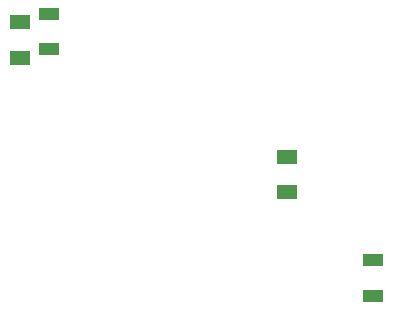
<source format=gbp>
G04*
G04 #@! TF.GenerationSoftware,Altium Limited,Altium Designer,20.2.7 (254)*
G04*
G04 Layer_Color=128*
%FSLAX44Y44*%
%MOMM*%
G71*
G04*
G04 #@! TF.SameCoordinates,BAD59D02-7682-4231-AD5D-2D7AA58F7FA9*
G04*
G04*
G04 #@! TF.FilePolarity,Positive*
G04*
G01*
G75*
%ADD26R,1.8000X1.1500*%
%ADD27R,1.8000X1.0000*%
D26*
X303000Y151250D02*
D03*
Y181250D02*
D03*
X76750Y265250D02*
D03*
Y295250D02*
D03*
D27*
X375392Y63788D02*
D03*
Y93788D02*
D03*
X101358Y302712D02*
D03*
Y272712D02*
D03*
M02*

</source>
